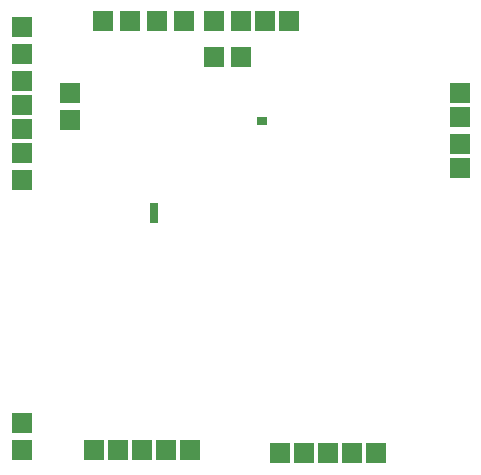
<source format=gbs>
G04 ---------------------------- Layer name :BOTTOM SOLDER LAYER*
G04 EasyEDA v5.8.20, Mon, 19 Nov 2018 12:00:09 GMT*
G04 c1adaa7c60de435bb68341a8a3b3a182*
G04 Gerber Generator version 0.2*
G04 Scale: 100 percent, Rotated: No, Reflected: No *
G04 Dimensions in millimeters *
G04 leading zeros omitted , absolute positions ,3 integer and 3 decimal *
%FSLAX33Y33*%
%MOMM*%
G90*
G71D02*

%ADD51R,0.853186X0.803148*%
%ADD55R,0.703199X1.803197*%
%ADD60R,1.727200X1.727200*%

%LPD*%
G54D55*
G01X12954Y21844D03*
G54D51*
G01X22098Y29634D03*
G54D60*
G01X7874Y1778D03*
G01X23622Y1524D03*
G01X9906Y1778D03*
G01X11938Y1778D03*
G01X13970Y1778D03*
G01X16002Y1778D03*
G01X25654Y1524D03*
G01X27686Y1524D03*
G01X29718Y1524D03*
G01X31750Y1524D03*
G01X38862Y27686D03*
G01X38862Y29972D03*
G01X38862Y32004D03*
G01X38862Y25654D03*
G01X1778Y24638D03*
G01X1778Y26924D03*
G01X1778Y28956D03*
G01X1778Y30988D03*
G01X1778Y33020D03*
G01X1778Y35306D03*
G01X1778Y37592D03*
G01X8636Y38100D03*
G01X10922Y38100D03*
G01X13208Y38100D03*
G01X15494Y38100D03*
G01X5842Y29718D03*
G01X5842Y32004D03*
G01X22352Y38100D03*
G01X24384Y38100D03*
G01X20320Y38100D03*
G01X18034Y38100D03*
G01X18034Y35052D03*
G01X20320Y35052D03*
G01X1778Y4064D03*
G01X1778Y1778D03*
M00*
M02*

</source>
